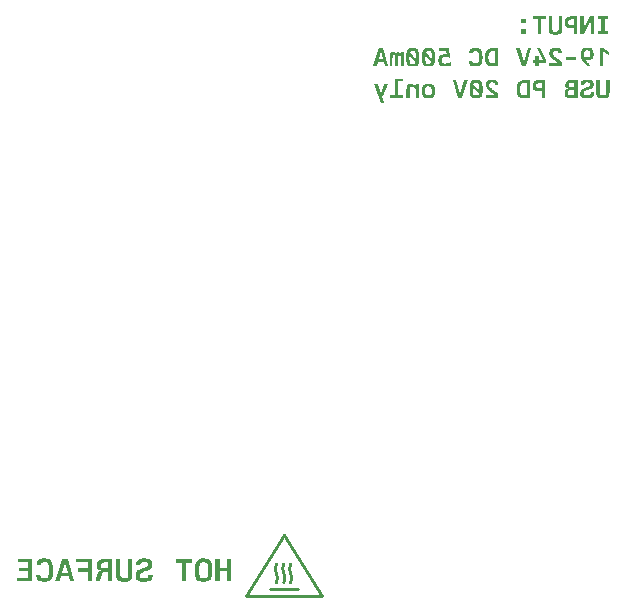
<source format=gbo>
G04 #@! TF.GenerationSoftware,KiCad,Pcbnew,8.0.4*
G04 #@! TF.CreationDate,2024-08-02T19:36:34-07:00*
G04 #@! TF.ProjectId,backlight,6261636b-6c69-4676-9874-2e6b69636164,rev?*
G04 #@! TF.SameCoordinates,Original*
G04 #@! TF.FileFunction,Legend,Bot*
G04 #@! TF.FilePolarity,Positive*
%FSLAX46Y46*%
G04 Gerber Fmt 4.6, Leading zero omitted, Abs format (unit mm)*
G04 Created by KiCad (PCBNEW 8.0.4) date 2024-08-02 19:36:34*
%MOMM*%
%LPD*%
G01*
G04 APERTURE LIST*
%ADD10C,0.400000*%
%ADD11C,0.250000*%
%ADD12C,2.575000*%
%ADD13C,4.000000*%
%ADD14C,1.800000*%
%ADD15C,2.200000*%
%ADD16O,1.800000X1.000000*%
%ADD17O,2.100000X1.000000*%
%ADD18C,0.650000*%
%ADD19O,4.200000X2.000000*%
%ADD20O,2.000000X4.200000*%
%ADD21R,2.000000X4.600000*%
G04 APERTURE END LIST*
D10*
G36*
X169049113Y-71652000D02*
G01*
X168209309Y-71652000D01*
X168209309Y-71403458D01*
X168489113Y-71403458D01*
X168489113Y-70375293D01*
X168224940Y-70375293D01*
X168224940Y-70126361D01*
X169033482Y-70126361D01*
X169033482Y-70375293D01*
X168769309Y-70375293D01*
X168769309Y-71403458D01*
X169049113Y-71403458D01*
X169049113Y-71652000D01*
G37*
G36*
X167858771Y-71652000D02*
G01*
X167583265Y-71652000D01*
X167583265Y-70771553D01*
X167614528Y-70451497D01*
X167607885Y-70451497D01*
X167061563Y-71652000D01*
X166711807Y-71652000D01*
X166711807Y-70126361D01*
X166987313Y-70126361D01*
X166987313Y-71001337D01*
X166956050Y-71322956D01*
X166962693Y-71322956D01*
X167509406Y-70126361D01*
X167858771Y-70126361D01*
X167858771Y-71652000D01*
G37*
G36*
X166176781Y-70127707D02*
G01*
X166267435Y-70129686D01*
X166346058Y-70131369D01*
X166444508Y-70133395D01*
X166444508Y-71652000D01*
X166157669Y-71652000D01*
X166157669Y-71100597D01*
X165994319Y-71100597D01*
X165909088Y-71099272D01*
X165795305Y-71091965D01*
X165697552Y-71077595D01*
X165614873Y-71055400D01*
X165526435Y-71012313D01*
X165460837Y-70952147D01*
X165415818Y-70873095D01*
X165389115Y-70773346D01*
X165379746Y-70683865D01*
X165378046Y-70616801D01*
X165378453Y-70607812D01*
X165662540Y-70607812D01*
X165668889Y-70686539D01*
X165702540Y-70767572D01*
X165771407Y-70818887D01*
X165863767Y-70842845D01*
X165944745Y-70850128D01*
X166016594Y-70851665D01*
X166157669Y-70851665D01*
X166157669Y-70375293D01*
X166056845Y-70375293D01*
X165976780Y-70376764D01*
X165886561Y-70383732D01*
X165798304Y-70401672D01*
X165724590Y-70438910D01*
X165676747Y-70507611D01*
X165662807Y-70591398D01*
X165662540Y-70607812D01*
X165378453Y-70607812D01*
X165382549Y-70517299D01*
X165396804Y-70431069D01*
X165432910Y-70335428D01*
X165490983Y-70260225D01*
X165573672Y-70203657D01*
X165653435Y-70172374D01*
X165749649Y-70149796D01*
X165863431Y-70135163D01*
X165949598Y-70129445D01*
X166044400Y-70126694D01*
X166095143Y-70126361D01*
X166176781Y-70127707D01*
G37*
G36*
X164588653Y-71677010D02*
G01*
X164478430Y-71673753D01*
X164382853Y-71663442D01*
X164301091Y-71645268D01*
X164212129Y-71607405D01*
X164144281Y-71552205D01*
X164095578Y-71477750D01*
X164064051Y-71382119D01*
X164050493Y-71295346D01*
X164044657Y-71194773D01*
X164044284Y-71158043D01*
X164044284Y-70126361D01*
X164331123Y-70126361D01*
X164331123Y-71151399D01*
X164335704Y-71240107D01*
X164355129Y-71320537D01*
X164410047Y-71389208D01*
X164490878Y-71418921D01*
X164570379Y-71425937D01*
X164588653Y-71426124D01*
X164678763Y-71421179D01*
X164760674Y-71400233D01*
X164824305Y-71350683D01*
X164858596Y-71268806D01*
X164868063Y-71187457D01*
X164868848Y-71149055D01*
X164868848Y-70126361D01*
X165155296Y-70126361D01*
X165155296Y-71160387D01*
X165151729Y-71265140D01*
X165140443Y-71355936D01*
X165120561Y-71433572D01*
X165079163Y-71517995D01*
X165018846Y-71582334D01*
X164937528Y-71628479D01*
X164861509Y-71652286D01*
X164771630Y-71667722D01*
X164667016Y-71675583D01*
X164588653Y-71677010D01*
G37*
G36*
X163400655Y-71652000D02*
G01*
X163113817Y-71652000D01*
X163113817Y-70381937D01*
X162706224Y-70381937D01*
X162706224Y-70126361D01*
X163808248Y-70126361D01*
X163808248Y-70381937D01*
X163400655Y-70381937D01*
X163400655Y-71652000D01*
G37*
G36*
X162129420Y-71612139D02*
G01*
X161703852Y-71612139D01*
X161703852Y-71201811D01*
X162129420Y-71201811D01*
X162129420Y-71612139D01*
G37*
G36*
X162129420Y-70726612D02*
G01*
X161703852Y-70726612D01*
X161703852Y-70316675D01*
X162129420Y-70316675D01*
X162129420Y-70726612D01*
G37*
G36*
X168625889Y-74340000D02*
G01*
X168348039Y-74340000D01*
X168348039Y-72814361D01*
X168625889Y-72814361D01*
X169107732Y-73139497D01*
X169107732Y-73439232D01*
X168704438Y-73187173D01*
X168616901Y-73116050D01*
X168625889Y-73255170D01*
X168625889Y-74340000D01*
G37*
G36*
X167379397Y-72790465D02*
G01*
X167482387Y-72796892D01*
X167569179Y-72810129D01*
X167661886Y-72840520D01*
X167731032Y-72888171D01*
X167779607Y-72956027D01*
X167810601Y-73047033D01*
X167824107Y-73132250D01*
X167830668Y-73233388D01*
X167831807Y-73310272D01*
X167829367Y-73419148D01*
X167821232Y-73511813D01*
X167806180Y-73589467D01*
X167773235Y-73671733D01*
X167722919Y-73732299D01*
X167652332Y-73774014D01*
X167558577Y-73799725D01*
X167471311Y-73810220D01*
X167368160Y-73814517D01*
X167330034Y-73814780D01*
X167247049Y-73806768D01*
X167175605Y-73768171D01*
X167146364Y-73743265D01*
X167128778Y-73743265D01*
X167187194Y-73827331D01*
X167241973Y-73902512D01*
X167296184Y-73972344D01*
X167352896Y-74040362D01*
X167415176Y-74110103D01*
X167486093Y-74185101D01*
X167546795Y-74246926D01*
X167615376Y-74315189D01*
X167666113Y-74365010D01*
X167321046Y-74365010D01*
X167239140Y-74274878D01*
X167165351Y-74191559D01*
X167099290Y-74114302D01*
X167040564Y-74042353D01*
X166988783Y-73974961D01*
X166923278Y-73880771D01*
X166871200Y-73792602D01*
X166831229Y-73707917D01*
X166802045Y-73624175D01*
X166782330Y-73538839D01*
X166770763Y-73449369D01*
X166766026Y-73353228D01*
X166765736Y-73319260D01*
X167025610Y-73319260D01*
X167029587Y-73398299D01*
X167046837Y-73487716D01*
X167090316Y-73554388D01*
X167166844Y-73588812D01*
X167246336Y-73598485D01*
X167305415Y-73599846D01*
X167397000Y-73595706D01*
X167476930Y-73576708D01*
X167541216Y-73518485D01*
X167564489Y-73442975D01*
X167571764Y-73354740D01*
X167572323Y-73312226D01*
X167569854Y-73226294D01*
X167558225Y-73142830D01*
X167520690Y-73064515D01*
X167451011Y-73022608D01*
X167359543Y-73008504D01*
X167301116Y-73007020D01*
X167222215Y-73009825D01*
X167133066Y-73027332D01*
X167067042Y-73075083D01*
X167033927Y-73161332D01*
X167025772Y-73251785D01*
X167025610Y-73319260D01*
X166765736Y-73319260D01*
X166766875Y-73240794D01*
X166773453Y-73137649D01*
X166787015Y-73050825D01*
X166818183Y-72958222D01*
X166867096Y-72889295D01*
X166936801Y-72840994D01*
X167030342Y-72810270D01*
X167117973Y-72796926D01*
X167222010Y-72790467D01*
X167301116Y-72789351D01*
X167379397Y-72790465D01*
G37*
G36*
X166368304Y-73789769D02*
G01*
X165517166Y-73789769D01*
X165517166Y-73543572D01*
X166368304Y-73543572D01*
X166368304Y-73789769D01*
G37*
G36*
X165121688Y-73969923D02*
G01*
X165121688Y-74340000D01*
X164073593Y-74340000D01*
X164073593Y-74089113D01*
X164832896Y-74089113D01*
X164832896Y-74069183D01*
X164755555Y-74014525D01*
X164685601Y-73964160D01*
X164622134Y-73917372D01*
X164546051Y-73859320D01*
X164477775Y-73804663D01*
X164415176Y-73751707D01*
X164356126Y-73698759D01*
X164298493Y-73644122D01*
X164254919Y-73601018D01*
X164193443Y-73533778D01*
X164142754Y-73460605D01*
X164111514Y-73386100D01*
X164096361Y-73302899D01*
X164093524Y-73234068D01*
X164096793Y-73143640D01*
X164107145Y-73065326D01*
X164133385Y-72978538D01*
X164175616Y-72910371D01*
X164235781Y-72859157D01*
X164315820Y-72823230D01*
X164417677Y-72800922D01*
X164509555Y-72792126D01*
X164615617Y-72789351D01*
X164721198Y-72792186D01*
X164812970Y-72801151D01*
X164891773Y-72816937D01*
X164978129Y-72849785D01*
X165044925Y-72897618D01*
X165094159Y-72962072D01*
X165127827Y-73044781D01*
X165147926Y-73147381D01*
X165155296Y-73238367D01*
X164868848Y-73238367D01*
X164856994Y-73159937D01*
X164820272Y-73087907D01*
X164752693Y-73047394D01*
X164662286Y-73032930D01*
X164613272Y-73031639D01*
X164522091Y-73036794D01*
X164446865Y-73058109D01*
X164391813Y-73115809D01*
X164374366Y-73201977D01*
X164373719Y-73229378D01*
X164382354Y-73311378D01*
X164420011Y-73386632D01*
X164447578Y-73418520D01*
X164504700Y-73473840D01*
X164572395Y-73534744D01*
X164637501Y-73590161D01*
X164715093Y-73653737D01*
X164783010Y-73707999D01*
X164860452Y-73768856D01*
X164948492Y-73837168D01*
X165013603Y-73887275D01*
X165084217Y-73941333D01*
X165121688Y-73969923D01*
G37*
G36*
X163794961Y-74064884D02*
G01*
X163174389Y-74064884D01*
X163174389Y-74340000D01*
X162905526Y-74340000D01*
X162905526Y-74064884D01*
X162697236Y-74064884D01*
X162697236Y-73822986D01*
X162905526Y-73822986D01*
X162905526Y-73464242D01*
X163174389Y-73464242D01*
X163174389Y-73822986D01*
X163512421Y-73822986D01*
X163004005Y-72789351D01*
X163304131Y-72789351D01*
X163794961Y-73809699D01*
X163794961Y-74064884D01*
G37*
G36*
X162091514Y-74340000D02*
G01*
X161739804Y-74340000D01*
X161287271Y-72814361D01*
X161567076Y-72814361D01*
X161909797Y-74004312D01*
X161921130Y-74004312D01*
X162263852Y-72814361D01*
X162544047Y-72814361D01*
X162091514Y-74340000D01*
G37*
G36*
X159539119Y-72812983D02*
G01*
X159631793Y-72815771D01*
X159720351Y-72819957D01*
X159780000Y-72823349D01*
X159780000Y-74340000D01*
X159693097Y-74349335D01*
X159608939Y-74357074D01*
X159522402Y-74362759D01*
X159438288Y-74364943D01*
X159415003Y-74365010D01*
X159307699Y-74364141D01*
X159209912Y-74358662D01*
X159121282Y-74348222D01*
X159041452Y-74332471D01*
X158937425Y-74298116D01*
X158851186Y-74249837D01*
X158781527Y-74186448D01*
X158727242Y-74106765D01*
X158687122Y-74009604D01*
X158659959Y-73893781D01*
X158648454Y-73805612D01*
X158641813Y-73708272D01*
X158639678Y-73601409D01*
X158639967Y-73585387D01*
X158928862Y-73585387D01*
X158931320Y-73689540D01*
X158939084Y-73780097D01*
X158952742Y-73857886D01*
X158981136Y-73943176D01*
X159034952Y-74022933D01*
X159111666Y-74076433D01*
X159191351Y-74102907D01*
X159288823Y-74116996D01*
X159316133Y-74118813D01*
X159398196Y-74118112D01*
X159484097Y-74112780D01*
X159493161Y-74112170D01*
X159493161Y-73051960D01*
X159414901Y-73053949D01*
X159332759Y-73060226D01*
X159300502Y-73063293D01*
X159202179Y-73078851D01*
X159121423Y-73104808D01*
X159043089Y-73154776D01*
X158987374Y-73227675D01*
X158957284Y-73305000D01*
X158938579Y-73401278D01*
X158931195Y-73487066D01*
X158928862Y-73585387D01*
X158639967Y-73585387D01*
X158641486Y-73501110D01*
X158647107Y-73409379D01*
X158656835Y-73325843D01*
X158679775Y-73215096D01*
X158713620Y-73120700D01*
X158759366Y-73041403D01*
X158818010Y-72975949D01*
X158890549Y-72923085D01*
X158977979Y-72881558D01*
X159081299Y-72850114D01*
X159159498Y-72834133D01*
X159245497Y-72821704D01*
X159291514Y-72816706D01*
X159375038Y-72813713D01*
X159455553Y-72812385D01*
X159539119Y-72812983D01*
G37*
G36*
X157829965Y-74365010D02*
G01*
X157726169Y-74362243D01*
X157635809Y-74353469D01*
X157558060Y-74337977D01*
X157472585Y-74305642D01*
X157406108Y-74258414D01*
X157356672Y-74194608D01*
X157322323Y-74112538D01*
X157301104Y-74010520D01*
X157292630Y-73919902D01*
X157572435Y-73919902D01*
X157590374Y-73996375D01*
X157630984Y-74066513D01*
X157708368Y-74108949D01*
X157798556Y-74120611D01*
X157829965Y-74121158D01*
X157913012Y-74115005D01*
X157996079Y-74087938D01*
X158058219Y-74035760D01*
X158101705Y-73954635D01*
X158124589Y-73866313D01*
X158135571Y-73785121D01*
X158141800Y-73690192D01*
X158143768Y-73580697D01*
X158141800Y-73469594D01*
X158135571Y-73373339D01*
X158124589Y-73291075D01*
X158101705Y-73201675D01*
X158058219Y-73119673D01*
X157996079Y-73067028D01*
X157913012Y-73039775D01*
X157829965Y-73033593D01*
X157750877Y-73039297D01*
X157674070Y-73067749D01*
X157618607Y-73135203D01*
X157591869Y-73218936D01*
X157586113Y-73248527D01*
X157305917Y-73248527D01*
X157312574Y-73155485D01*
X157325624Y-73074823D01*
X157354402Y-72985315D01*
X157397982Y-72914892D01*
X157458331Y-72861883D01*
X157537413Y-72824615D01*
X157637191Y-72801419D01*
X157726790Y-72792250D01*
X157829965Y-72789351D01*
X157913153Y-72791514D01*
X158024171Y-72803454D01*
X158119508Y-72826939D01*
X158200106Y-72863222D01*
X158266904Y-72913555D01*
X158320845Y-72979189D01*
X158362868Y-73061376D01*
X158393915Y-73161369D01*
X158408980Y-73238540D01*
X158419863Y-73324553D01*
X158426843Y-73419777D01*
X158430200Y-73524584D01*
X158430607Y-73580697D01*
X158428957Y-73689261D01*
X158423824Y-73788195D01*
X158414927Y-73877860D01*
X158401987Y-73958620D01*
X158374390Y-74063855D01*
X158336130Y-74151091D01*
X158286267Y-74221551D01*
X158223859Y-74276457D01*
X158147966Y-74317034D01*
X158057646Y-74344502D01*
X157951959Y-74360087D01*
X157872500Y-74364478D01*
X157829965Y-74365010D01*
G37*
G36*
X155294919Y-74365010D02*
G01*
X155215106Y-74363381D01*
X155107648Y-74354536D01*
X155014315Y-74337453D01*
X154934444Y-74311504D01*
X154847745Y-74262026D01*
X154782230Y-74194182D01*
X154736327Y-74106481D01*
X154713827Y-74026780D01*
X154700813Y-73934445D01*
X154696622Y-73828848D01*
X154699841Y-73743632D01*
X154714777Y-73645278D01*
X154743005Y-73563134D01*
X154785760Y-73495850D01*
X154844271Y-73442075D01*
X154919771Y-73400457D01*
X155013492Y-73369646D01*
X155096481Y-73352816D01*
X155158143Y-73344270D01*
X155240942Y-73337452D01*
X155326343Y-73336056D01*
X155397697Y-73339581D01*
X155375422Y-73056650D01*
X154761493Y-73051960D01*
X154761493Y-72814361D01*
X155623963Y-72814361D01*
X155691179Y-73615868D01*
X155604078Y-73603613D01*
X155508515Y-73592034D01*
X155425365Y-73584404D01*
X155338382Y-73580144D01*
X155248976Y-73581437D01*
X155189406Y-73586168D01*
X155110510Y-73600269D01*
X155035933Y-73637421D01*
X154988786Y-73709955D01*
X154975139Y-73793197D01*
X154974473Y-73821814D01*
X154980652Y-73916438D01*
X155006026Y-74003767D01*
X155064102Y-74073015D01*
X155141645Y-74107578D01*
X155228084Y-74121024D01*
X155290230Y-74123112D01*
X155376548Y-74117924D01*
X155463118Y-74101135D01*
X155542136Y-74076114D01*
X155629644Y-74040058D01*
X155711819Y-74000745D01*
X155729476Y-73991807D01*
X155729476Y-74273175D01*
X155651453Y-74306609D01*
X155576146Y-74331770D01*
X155499674Y-74349368D01*
X155418158Y-74360113D01*
X155327719Y-74364717D01*
X155294919Y-74365010D01*
G37*
G36*
X153949056Y-72804025D02*
G01*
X154027838Y-72809879D01*
X154115799Y-72825371D01*
X154202206Y-72859683D01*
X154267520Y-72913969D01*
X154317171Y-72991831D01*
X154349262Y-73073520D01*
X154370704Y-73147313D01*
X154390723Y-73233535D01*
X154403726Y-73316622D01*
X154412060Y-73401906D01*
X154416433Y-73484572D01*
X154417990Y-73579134D01*
X154416897Y-73658770D01*
X154412843Y-73746623D01*
X154404981Y-73836129D01*
X154393239Y-73920635D01*
X154377098Y-74001699D01*
X154375394Y-74009002D01*
X154353522Y-74089203D01*
X154319840Y-74176469D01*
X154279021Y-74243567D01*
X154214682Y-74302923D01*
X154131624Y-74339640D01*
X154048875Y-74356024D01*
X153949302Y-74363596D01*
X153862288Y-74365010D01*
X153773238Y-74363497D01*
X153671994Y-74355591D01*
X153588506Y-74338830D01*
X153505401Y-74301898D01*
X153441473Y-74242983D01*
X153391963Y-74157561D01*
X153359539Y-74067096D01*
X153344884Y-74013691D01*
X153325912Y-73927060D01*
X153312648Y-73840990D01*
X153304406Y-73751554D01*
X153300815Y-73669239D01*
X153299944Y-73594766D01*
X153300196Y-73574445D01*
X153580139Y-73574445D01*
X153581635Y-73666068D01*
X153586591Y-73757832D01*
X153594954Y-73841143D01*
X153607478Y-73918971D01*
X153611402Y-73937487D01*
X153631570Y-74019991D01*
X153671095Y-74088039D01*
X153751609Y-74121032D01*
X153841761Y-74127675D01*
X153860334Y-74127801D01*
X153944850Y-74124317D01*
X154024275Y-74104840D01*
X154077015Y-74046529D01*
X154081912Y-74033621D01*
X153586782Y-73406406D01*
X153581644Y-73486577D01*
X153580146Y-73568005D01*
X153580139Y-73574445D01*
X153300196Y-73574445D01*
X153300966Y-73512399D01*
X153304862Y-73422458D01*
X153312751Y-73331234D01*
X153325353Y-73243893D01*
X153342355Y-73164508D01*
X153622735Y-73164508D01*
X154126852Y-73803056D01*
X154134062Y-73719986D01*
X154137198Y-73639762D01*
X154137794Y-73581088D01*
X154136443Y-73495440D01*
X154131888Y-73409160D01*
X154123953Y-73328707D01*
X154111128Y-73245463D01*
X154106531Y-73220781D01*
X154085185Y-73138910D01*
X154036784Y-73069490D01*
X153952095Y-73043430D01*
X153862288Y-73039455D01*
X153781834Y-73042322D01*
X153698338Y-73060683D01*
X153640857Y-73115382D01*
X153622735Y-73164508D01*
X153342355Y-73164508D01*
X153342641Y-73163174D01*
X153347229Y-73145359D01*
X153376228Y-73049496D01*
X153409670Y-72972551D01*
X153461918Y-72900092D01*
X153530800Y-72850544D01*
X153621699Y-72820211D01*
X153713890Y-72807299D01*
X153796200Y-72802996D01*
X153857990Y-72802247D01*
X153949056Y-72804025D01*
G37*
G36*
X152606307Y-72804025D02*
G01*
X152685089Y-72809879D01*
X152773050Y-72825371D01*
X152859456Y-72859683D01*
X152924771Y-72913969D01*
X152974421Y-72991831D01*
X153006513Y-73073520D01*
X153027955Y-73147313D01*
X153047974Y-73233535D01*
X153060976Y-73316622D01*
X153069311Y-73401906D01*
X153073683Y-73484572D01*
X153075240Y-73579134D01*
X153074147Y-73658770D01*
X153070093Y-73746623D01*
X153062231Y-73836129D01*
X153050489Y-73920635D01*
X153034348Y-74001699D01*
X153032644Y-74009002D01*
X153010772Y-74089203D01*
X152977091Y-74176469D01*
X152936272Y-74243567D01*
X152871933Y-74302923D01*
X152788874Y-74339640D01*
X152706125Y-74356024D01*
X152606553Y-74363596D01*
X152519539Y-74365010D01*
X152430489Y-74363497D01*
X152329245Y-74355591D01*
X152245756Y-74338830D01*
X152162651Y-74301898D01*
X152098723Y-74242983D01*
X152049214Y-74157561D01*
X152016790Y-74067096D01*
X152002135Y-74013691D01*
X151983163Y-73927060D01*
X151969899Y-73840990D01*
X151961656Y-73751554D01*
X151958066Y-73669239D01*
X151957194Y-73594766D01*
X151957446Y-73574445D01*
X152237390Y-73574445D01*
X152238885Y-73666068D01*
X152243841Y-73757832D01*
X152252204Y-73841143D01*
X152264729Y-73918971D01*
X152268653Y-73937487D01*
X152288821Y-74019991D01*
X152328346Y-74088039D01*
X152408860Y-74121032D01*
X152499012Y-74127675D01*
X152517585Y-74127801D01*
X152602100Y-74124317D01*
X152681526Y-74104840D01*
X152734265Y-74046529D01*
X152739162Y-74033621D01*
X152244033Y-73406406D01*
X152238895Y-73486577D01*
X152237396Y-73568005D01*
X152237390Y-73574445D01*
X151957446Y-73574445D01*
X151958216Y-73512399D01*
X151962112Y-73422458D01*
X151970002Y-73331234D01*
X151982603Y-73243893D01*
X151999605Y-73164508D01*
X152279986Y-73164508D01*
X152784103Y-73803056D01*
X152791312Y-73719986D01*
X152794448Y-73639762D01*
X152795045Y-73581088D01*
X152793694Y-73495440D01*
X152789139Y-73409160D01*
X152781204Y-73328707D01*
X152768379Y-73245463D01*
X152763782Y-73220781D01*
X152742436Y-73138910D01*
X152694035Y-73069490D01*
X152609345Y-73043430D01*
X152519539Y-73039455D01*
X152439084Y-73042322D01*
X152355589Y-73060683D01*
X152298108Y-73115382D01*
X152279986Y-73164508D01*
X151999605Y-73164508D01*
X151999891Y-73163174D01*
X152004480Y-73145359D01*
X152033479Y-73049496D01*
X152066920Y-72972551D01*
X152119169Y-72900092D01*
X152188050Y-72850544D01*
X152278950Y-72820211D01*
X152371140Y-72807299D01*
X152453450Y-72802996D01*
X152515240Y-72802247D01*
X152606307Y-72804025D01*
G37*
G36*
X151788374Y-74340000D02*
G01*
X151539832Y-74340000D01*
X151539832Y-73678004D01*
X151538494Y-73599527D01*
X151532590Y-73521072D01*
X151514870Y-73444019D01*
X151459473Y-73387070D01*
X151421032Y-73381786D01*
X151344753Y-73401254D01*
X151304109Y-73469294D01*
X151292645Y-73553562D01*
X151291290Y-73635408D01*
X151295589Y-74340000D01*
X151049002Y-74340000D01*
X151049002Y-73666671D01*
X151046729Y-73574558D01*
X151037099Y-73491112D01*
X151005191Y-73413914D01*
X150930634Y-73381979D01*
X150921605Y-73381786D01*
X150846907Y-73410514D01*
X150816029Y-73490002D01*
X150808433Y-73568410D01*
X150807103Y-73635408D01*
X150807103Y-74340000D01*
X150558562Y-74340000D01*
X150558562Y-73594766D01*
X150560292Y-73502181D01*
X150565770Y-73422003D01*
X150579642Y-73333153D01*
X150608971Y-73248702D01*
X150664369Y-73181990D01*
X150745048Y-73147609D01*
X150834068Y-73139497D01*
X150920878Y-73147911D01*
X150996817Y-73187117D01*
X151043963Y-73256814D01*
X151065024Y-73312226D01*
X151066978Y-73312226D01*
X151095486Y-73238139D01*
X151147773Y-73176329D01*
X151227696Y-73145863D01*
X151315910Y-73139497D01*
X151397299Y-73154710D01*
X151460342Y-73201851D01*
X151505548Y-73269237D01*
X151528499Y-73314570D01*
X151546475Y-73314570D01*
X151546475Y-73164508D01*
X151788374Y-73164508D01*
X151788374Y-74340000D01*
G37*
G36*
X150461256Y-74340000D02*
G01*
X150181451Y-74340000D01*
X150084926Y-74013691D01*
X149569867Y-74013691D01*
X149471388Y-74340000D01*
X149188848Y-74340000D01*
X149355350Y-73764759D01*
X149634738Y-73764759D01*
X150017711Y-73764759D01*
X149832086Y-73074235D01*
X149829741Y-73074235D01*
X149634738Y-73764759D01*
X149355350Y-73764759D01*
X149630439Y-72814361D01*
X150029043Y-72814361D01*
X150461256Y-74340000D01*
G37*
G36*
X168616901Y-77053010D02*
G01*
X168506678Y-77049753D01*
X168411101Y-77039442D01*
X168329339Y-77021268D01*
X168240377Y-76983405D01*
X168172530Y-76928205D01*
X168123827Y-76853750D01*
X168092300Y-76758119D01*
X168078741Y-76671346D01*
X168072905Y-76570773D01*
X168072533Y-76534043D01*
X168072533Y-75502361D01*
X168359371Y-75502361D01*
X168359371Y-76527399D01*
X168363952Y-76616107D01*
X168383378Y-76696537D01*
X168438295Y-76765208D01*
X168519126Y-76794921D01*
X168598627Y-76801937D01*
X168616901Y-76802124D01*
X168707011Y-76797179D01*
X168788923Y-76776233D01*
X168852553Y-76726683D01*
X168886844Y-76644806D01*
X168896311Y-76563457D01*
X168897096Y-76525055D01*
X168897096Y-75502361D01*
X169183545Y-75502361D01*
X169183545Y-76536387D01*
X169179977Y-76641140D01*
X169168691Y-76731936D01*
X169148809Y-76809572D01*
X169107412Y-76893995D01*
X169047094Y-76958334D01*
X168965777Y-77004479D01*
X168889757Y-77028286D01*
X168799878Y-77043722D01*
X168695264Y-77051583D01*
X168616901Y-77053010D01*
G37*
G36*
X167280795Y-77053010D02*
G01*
X167201649Y-77051823D01*
X167095947Y-77045286D01*
X167005088Y-77032451D01*
X166928195Y-77012655D01*
X166845885Y-76974289D01*
X166784776Y-76920800D01*
X166742791Y-76850617D01*
X166717858Y-76762170D01*
X166709099Y-76682903D01*
X166707508Y-76623533D01*
X166712830Y-76530572D01*
X166729936Y-76450347D01*
X166770490Y-76365163D01*
X166835461Y-76293391D01*
X166907259Y-76243207D01*
X166998527Y-76197453D01*
X167080784Y-76164936D01*
X167175673Y-76133094D01*
X167251676Y-76108535D01*
X167338914Y-76077974D01*
X167426486Y-76042171D01*
X167502248Y-76000698D01*
X167558170Y-75943562D01*
X167569979Y-75895885D01*
X167556893Y-75811444D01*
X167504345Y-75753093D01*
X167429020Y-75729757D01*
X167336142Y-75722061D01*
X167298771Y-75721593D01*
X167213451Y-75724967D01*
X167135701Y-75739229D01*
X167067745Y-75779409D01*
X167030006Y-75859860D01*
X167023265Y-75909563D01*
X166738771Y-75909563D01*
X166741896Y-75820346D01*
X166758677Y-75720386D01*
X166791385Y-75640463D01*
X166841670Y-75578756D01*
X166911179Y-75533441D01*
X167001562Y-75502696D01*
X167084040Y-75488103D01*
X167179882Y-75479910D01*
X167289783Y-75477351D01*
X167403010Y-75479938D01*
X167501234Y-75488121D01*
X167585299Y-75502525D01*
X167676819Y-75532496D01*
X167746671Y-75576133D01*
X167806561Y-75652166D01*
X167834974Y-75731994D01*
X167848221Y-75830327D01*
X167849783Y-75886897D01*
X167844347Y-75970551D01*
X167820438Y-76059562D01*
X167774357Y-76134435D01*
X167702724Y-76198543D01*
X167624748Y-76244345D01*
X167553072Y-76276629D01*
X167469276Y-76307951D01*
X167372630Y-76339039D01*
X167295315Y-76363256D01*
X167207831Y-76394485D01*
X167121742Y-76433300D01*
X167049242Y-76482270D01*
X167001646Y-76547191D01*
X166987313Y-76625878D01*
X166998186Y-76707425D01*
X167050083Y-76773352D01*
X167126605Y-76799733D01*
X167221817Y-76808590D01*
X167280795Y-76809158D01*
X167375472Y-76803967D01*
X167461391Y-76785283D01*
X167528779Y-76742581D01*
X167567170Y-76672902D01*
X167582077Y-76588152D01*
X167583265Y-76571558D01*
X167863461Y-76571558D01*
X167862511Y-76669845D01*
X167852934Y-76754864D01*
X167825262Y-76848942D01*
X167778694Y-76922693D01*
X167711199Y-76977982D01*
X167620741Y-77016672D01*
X167536606Y-77035918D01*
X167437553Y-77047662D01*
X167322725Y-77052690D01*
X167280795Y-77053010D01*
G37*
G36*
X166298325Y-75499894D02*
G01*
X166397473Y-75501209D01*
X166487103Y-75502361D01*
X166487103Y-77030735D01*
X166402999Y-77038195D01*
X166315423Y-77044805D01*
X166237301Y-77049210D01*
X166150891Y-77052057D01*
X166061395Y-77052997D01*
X166047857Y-77053010D01*
X165955069Y-77051799D01*
X165870525Y-77048031D01*
X165758482Y-77037140D01*
X165663236Y-77019353D01*
X165583734Y-76993983D01*
X165500405Y-76947175D01*
X165440708Y-76884043D01*
X165402150Y-76802961D01*
X165382239Y-76702301D01*
X165378046Y-76612982D01*
X165378784Y-76592661D01*
X165664884Y-76592661D01*
X165673890Y-76673662D01*
X165719151Y-76748250D01*
X165797293Y-76786660D01*
X165879138Y-76801182D01*
X165962155Y-76806220D01*
X166009951Y-76806813D01*
X166090248Y-76806169D01*
X166176535Y-76803614D01*
X166204563Y-76802515D01*
X166204563Y-76374210D01*
X165947034Y-76374210D01*
X165856013Y-76378086D01*
X165773437Y-76394538D01*
X165702872Y-76441092D01*
X165669970Y-76521860D01*
X165664884Y-76592661D01*
X165378784Y-76592661D01*
X165381051Y-76530253D01*
X165394306Y-76444813D01*
X165426708Y-76365751D01*
X165480271Y-76308711D01*
X165558350Y-76269906D01*
X165644563Y-76248767D01*
X165644563Y-76235480D01*
X165568634Y-76211550D01*
X165498442Y-76160137D01*
X165458594Y-76079478D01*
X165445250Y-75995230D01*
X165443601Y-75946297D01*
X165725457Y-75946297D01*
X165733376Y-76031727D01*
X165776427Y-76100522D01*
X165857538Y-76125416D01*
X165891151Y-76127623D01*
X166204563Y-76127623D01*
X166204563Y-75746604D01*
X166121309Y-75745909D01*
X166039590Y-75747502D01*
X165959011Y-75752378D01*
X165945080Y-75753638D01*
X165861542Y-75765702D01*
X165784993Y-75795070D01*
X165735812Y-75861679D01*
X165725457Y-75946297D01*
X165443601Y-75946297D01*
X165442916Y-75925976D01*
X165447234Y-75839951D01*
X165467690Y-75743019D01*
X165507225Y-75664953D01*
X165568327Y-75604184D01*
X165653482Y-75559139D01*
X165734629Y-75534730D01*
X165831754Y-75517621D01*
X165945905Y-75507147D01*
X166031983Y-75503525D01*
X166126406Y-75502361D01*
X166205262Y-75498720D01*
X166298325Y-75499894D01*
G37*
G36*
X163491282Y-75503707D02*
G01*
X163581936Y-75505686D01*
X163660559Y-75507369D01*
X163759009Y-75509395D01*
X163759009Y-77028000D01*
X163472170Y-77028000D01*
X163472170Y-76476597D01*
X163308820Y-76476597D01*
X163223589Y-76475272D01*
X163109806Y-76467965D01*
X163012053Y-76453595D01*
X162929374Y-76431400D01*
X162840936Y-76388313D01*
X162775339Y-76328147D01*
X162730319Y-76249095D01*
X162703616Y-76149346D01*
X162694247Y-76059865D01*
X162692547Y-75992801D01*
X162692954Y-75983812D01*
X162977041Y-75983812D01*
X162983390Y-76062539D01*
X163017041Y-76143572D01*
X163085908Y-76194887D01*
X163178268Y-76218845D01*
X163259246Y-76226128D01*
X163331095Y-76227665D01*
X163472170Y-76227665D01*
X163472170Y-75751293D01*
X163371346Y-75751293D01*
X163291281Y-75752764D01*
X163201062Y-75759732D01*
X163112805Y-75777672D01*
X163039091Y-75814910D01*
X162991248Y-75883611D01*
X162977308Y-75967398D01*
X162977041Y-75983812D01*
X162692954Y-75983812D01*
X162697050Y-75893299D01*
X162711305Y-75807069D01*
X162747411Y-75711428D01*
X162805484Y-75636225D01*
X162888173Y-75579657D01*
X162967936Y-75548374D01*
X163064150Y-75525796D01*
X163177932Y-75511163D01*
X163264099Y-75505445D01*
X163358901Y-75502694D01*
X163409644Y-75502361D01*
X163491282Y-75503707D01*
G37*
G36*
X162224618Y-75500983D02*
G01*
X162317292Y-75503771D01*
X162405849Y-75507957D01*
X162465498Y-75511349D01*
X162465498Y-77028000D01*
X162378596Y-77037335D01*
X162294438Y-77045074D01*
X162207901Y-77050759D01*
X162123787Y-77052943D01*
X162100502Y-77053010D01*
X161993198Y-77052141D01*
X161895410Y-77046662D01*
X161806781Y-77036222D01*
X161726951Y-77020471D01*
X161622924Y-76986116D01*
X161536685Y-76937837D01*
X161467026Y-76874448D01*
X161412741Y-76794765D01*
X161372621Y-76697604D01*
X161345458Y-76581781D01*
X161333953Y-76493612D01*
X161327312Y-76396272D01*
X161325177Y-76289409D01*
X161325466Y-76273387D01*
X161614361Y-76273387D01*
X161616818Y-76377540D01*
X161624583Y-76468097D01*
X161638240Y-76545886D01*
X161666634Y-76631176D01*
X161720451Y-76710933D01*
X161797165Y-76764433D01*
X161876850Y-76790907D01*
X161974322Y-76804996D01*
X162001632Y-76806813D01*
X162083695Y-76806112D01*
X162169596Y-76800780D01*
X162178660Y-76800170D01*
X162178660Y-75739960D01*
X162100400Y-75741949D01*
X162018258Y-75748226D01*
X161986001Y-75751293D01*
X161887678Y-75766851D01*
X161806922Y-75792808D01*
X161728588Y-75842776D01*
X161672873Y-75915675D01*
X161642783Y-75993000D01*
X161624078Y-76089278D01*
X161616694Y-76175066D01*
X161614361Y-76273387D01*
X161325466Y-76273387D01*
X161326985Y-76189110D01*
X161332605Y-76097379D01*
X161342334Y-76013843D01*
X161365274Y-75903096D01*
X161399119Y-75808700D01*
X161444865Y-75729403D01*
X161503509Y-75663949D01*
X161576048Y-75611085D01*
X161663478Y-75569558D01*
X161766798Y-75538114D01*
X161844997Y-75522133D01*
X161930996Y-75509704D01*
X161977013Y-75504706D01*
X162060537Y-75501713D01*
X162141052Y-75500385D01*
X162224618Y-75500983D01*
G37*
G36*
X159750690Y-76657923D02*
G01*
X159750690Y-77028000D01*
X158702595Y-77028000D01*
X158702595Y-76777113D01*
X159461898Y-76777113D01*
X159461898Y-76757183D01*
X159384557Y-76702525D01*
X159314603Y-76652160D01*
X159251136Y-76605372D01*
X159175053Y-76547320D01*
X159106777Y-76492663D01*
X159044178Y-76439707D01*
X158985128Y-76386759D01*
X158927496Y-76332122D01*
X158883921Y-76289018D01*
X158822445Y-76221778D01*
X158771756Y-76148605D01*
X158740516Y-76074100D01*
X158725363Y-75990899D01*
X158722526Y-75922068D01*
X158725795Y-75831640D01*
X158736148Y-75753326D01*
X158762387Y-75666538D01*
X158804618Y-75598371D01*
X158864783Y-75547157D01*
X158944823Y-75511230D01*
X159046679Y-75488922D01*
X159138558Y-75480126D01*
X159244619Y-75477351D01*
X159350200Y-75480186D01*
X159441972Y-75489151D01*
X159520775Y-75504937D01*
X159607131Y-75537785D01*
X159673927Y-75585618D01*
X159723161Y-75650072D01*
X159756829Y-75732781D01*
X159776928Y-75835381D01*
X159784298Y-75926367D01*
X159497850Y-75926367D01*
X159485996Y-75847937D01*
X159449274Y-75775907D01*
X159381695Y-75735394D01*
X159291289Y-75720930D01*
X159242274Y-75719639D01*
X159151093Y-75724794D01*
X159075867Y-75746109D01*
X159020815Y-75803809D01*
X159003368Y-75889977D01*
X159002721Y-75917378D01*
X159011356Y-75999378D01*
X159049013Y-76074632D01*
X159076580Y-76106520D01*
X159133702Y-76161840D01*
X159201397Y-76222744D01*
X159266503Y-76278161D01*
X159344095Y-76341737D01*
X159412012Y-76395999D01*
X159489454Y-76456856D01*
X159577494Y-76525168D01*
X159642605Y-76575275D01*
X159713220Y-76629333D01*
X159750690Y-76657923D01*
G37*
G36*
X157977305Y-75492025D02*
G01*
X158056087Y-75497879D01*
X158144047Y-75513371D01*
X158230454Y-75547683D01*
X158295769Y-75601969D01*
X158345419Y-75679831D01*
X158377510Y-75761520D01*
X158398953Y-75835313D01*
X158418971Y-75921535D01*
X158431974Y-76004622D01*
X158440309Y-76089906D01*
X158444681Y-76172572D01*
X158446238Y-76267134D01*
X158445145Y-76346770D01*
X158441091Y-76434623D01*
X158433229Y-76524129D01*
X158421487Y-76608635D01*
X158405346Y-76689699D01*
X158403642Y-76697002D01*
X158381770Y-76777203D01*
X158348088Y-76864469D01*
X158307270Y-76931567D01*
X158242930Y-76990923D01*
X158159872Y-77027640D01*
X158077123Y-77044024D01*
X157977551Y-77051596D01*
X157890537Y-77053010D01*
X157801487Y-77051497D01*
X157700243Y-77043591D01*
X157616754Y-77026830D01*
X157533649Y-76989898D01*
X157469721Y-76930983D01*
X157420212Y-76845561D01*
X157387788Y-76755096D01*
X157373133Y-76701691D01*
X157354161Y-76615060D01*
X157340897Y-76528990D01*
X157332654Y-76439554D01*
X157329064Y-76357239D01*
X157328192Y-76282766D01*
X157328444Y-76262445D01*
X157608387Y-76262445D01*
X157609883Y-76354068D01*
X157614839Y-76445832D01*
X157623202Y-76529143D01*
X157635727Y-76606971D01*
X157639651Y-76625487D01*
X157659819Y-76707991D01*
X157699344Y-76776039D01*
X157779858Y-76809032D01*
X157870010Y-76815675D01*
X157888583Y-76815801D01*
X157973098Y-76812317D01*
X158052524Y-76792840D01*
X158105263Y-76734529D01*
X158110160Y-76721621D01*
X157615031Y-76094406D01*
X157609893Y-76174577D01*
X157608394Y-76256005D01*
X157608387Y-76262445D01*
X157328444Y-76262445D01*
X157329214Y-76200399D01*
X157333110Y-76110458D01*
X157341000Y-76019234D01*
X157353601Y-75931893D01*
X157370603Y-75852508D01*
X157650983Y-75852508D01*
X158155101Y-76491056D01*
X158162310Y-76407986D01*
X158165446Y-76327762D01*
X158166043Y-76269088D01*
X158164692Y-76183440D01*
X158160136Y-76097160D01*
X158152202Y-76016707D01*
X158139377Y-75933463D01*
X158134780Y-75908781D01*
X158113433Y-75826910D01*
X158065033Y-75757490D01*
X157980343Y-75731430D01*
X157890537Y-75727455D01*
X157810082Y-75730322D01*
X157726587Y-75748683D01*
X157669106Y-75803382D01*
X157650983Y-75852508D01*
X157370603Y-75852508D01*
X157370889Y-75851174D01*
X157375478Y-75833359D01*
X157404477Y-75737496D01*
X157437918Y-75660551D01*
X157490167Y-75588092D01*
X157559048Y-75538544D01*
X157649948Y-75508211D01*
X157742138Y-75495299D01*
X157824448Y-75490996D01*
X157886238Y-75490247D01*
X157977305Y-75492025D01*
G37*
G36*
X156720516Y-77028000D02*
G01*
X156368806Y-77028000D01*
X155916273Y-75502361D01*
X156196078Y-75502361D01*
X156538799Y-76692312D01*
X156550132Y-76692312D01*
X156892854Y-75502361D01*
X157173049Y-75502361D01*
X156720516Y-77028000D01*
G37*
G36*
X153970559Y-75831328D02*
G01*
X154068137Y-75843473D01*
X154151579Y-75864910D01*
X154242326Y-75909636D01*
X154311492Y-75974935D01*
X154361107Y-76063126D01*
X154386708Y-76145684D01*
X154403309Y-76243400D01*
X154411765Y-76357251D01*
X154413300Y-76442598D01*
X154411765Y-76527184D01*
X154403309Y-76640054D01*
X154386708Y-76736966D01*
X154361107Y-76818880D01*
X154311492Y-76906430D01*
X154242326Y-76971300D01*
X154151579Y-77015768D01*
X154068137Y-77037098D01*
X153970559Y-77049192D01*
X153857990Y-77053010D01*
X153745411Y-77049192D01*
X153647806Y-77037098D01*
X153564325Y-77015768D01*
X153473513Y-76971300D01*
X153404274Y-76906430D01*
X153354588Y-76818880D01*
X153328941Y-76736966D01*
X153312305Y-76640054D01*
X153303828Y-76527184D01*
X153302288Y-76442598D01*
X153575450Y-76442598D01*
X153578678Y-76542632D01*
X153589042Y-76624736D01*
X153613578Y-76704310D01*
X153662631Y-76769630D01*
X153736315Y-76806550D01*
X153819010Y-76819068D01*
X153857990Y-76820100D01*
X153949010Y-76813371D01*
X154031586Y-76784857D01*
X154088361Y-76729534D01*
X154122797Y-76642627D01*
X154135054Y-76564783D01*
X154139946Y-76469365D01*
X154140139Y-76442598D01*
X154136927Y-76341157D01*
X154126608Y-76257774D01*
X154102151Y-76176809D01*
X154053207Y-76110172D01*
X153979616Y-76072379D01*
X153896965Y-76059517D01*
X153857990Y-76058453D01*
X153766944Y-76065376D01*
X153684286Y-76094603D01*
X153627404Y-76151101D01*
X153592867Y-76239585D01*
X153580560Y-76318673D01*
X153575643Y-76415469D01*
X153575450Y-76442598D01*
X153302288Y-76442598D01*
X153303828Y-76357251D01*
X153312305Y-76243400D01*
X153328941Y-76145684D01*
X153354588Y-76063126D01*
X153404274Y-75974935D01*
X153473513Y-75909636D01*
X153564325Y-75864910D01*
X153647806Y-75843473D01*
X153745411Y-75831328D01*
X153857990Y-75827497D01*
X153970559Y-75831328D01*
G37*
G36*
X153034989Y-77028000D02*
G01*
X152761437Y-77028000D01*
X152761437Y-76419933D01*
X152758230Y-76327582D01*
X152744148Y-76235058D01*
X152709901Y-76154389D01*
X152641769Y-76096765D01*
X152555365Y-76073788D01*
X152481632Y-76069786D01*
X152399182Y-76075409D01*
X152323473Y-76103525D01*
X152277586Y-76170329D01*
X152264948Y-76253390D01*
X152264354Y-76282766D01*
X152264354Y-77028000D01*
X151990802Y-77028000D01*
X151990802Y-76287455D01*
X151993521Y-76194213D01*
X152002126Y-76113389D01*
X152023918Y-76023715D01*
X152058963Y-75953177D01*
X152123834Y-75889354D01*
X152194526Y-75855726D01*
X152283651Y-75835772D01*
X152363549Y-75828769D01*
X152423405Y-75827497D01*
X152506500Y-75832404D01*
X152584782Y-75852805D01*
X152657211Y-75900312D01*
X152712622Y-75967484D01*
X152743461Y-76018202D01*
X152761437Y-76018202D01*
X152761437Y-75852508D01*
X153034989Y-75852508D01*
X153034989Y-77028000D01*
G37*
G36*
X151694193Y-77028000D02*
G01*
X150632421Y-77028000D01*
X150632421Y-76795090D01*
X151015785Y-76795090D01*
X151015785Y-75394503D01*
X151671919Y-75394503D01*
X151671919Y-75627413D01*
X151284256Y-75627413D01*
X151284256Y-76795090D01*
X151694193Y-76795090D01*
X151694193Y-77028000D01*
G37*
G36*
X150129867Y-77503589D02*
G01*
X149847718Y-77503589D01*
X149265052Y-75852508D01*
X149547201Y-75852508D01*
X149823098Y-76713024D01*
X149834040Y-76713024D01*
X150114235Y-75852508D01*
X150392086Y-75852508D01*
X150011067Y-76914671D01*
X149934863Y-76914671D01*
X150129867Y-77503589D01*
G37*
G36*
X137172155Y-117960000D02*
G01*
X136813607Y-117960000D01*
X136813607Y-117119804D01*
X136169783Y-117119804D01*
X136169783Y-117960000D01*
X135811234Y-117960000D01*
X135811234Y-116052951D01*
X136169783Y-116052951D01*
X136169783Y-116803265D01*
X136813607Y-116803265D01*
X136813607Y-116052951D01*
X137172155Y-116052951D01*
X137172155Y-117960000D01*
G37*
G36*
X134915662Y-116024394D02*
G01*
X135052312Y-116039329D01*
X135169646Y-116068720D01*
X135268826Y-116114147D01*
X135351013Y-116177189D01*
X135417368Y-116259425D01*
X135469055Y-116362436D01*
X135507233Y-116487799D01*
X135525754Y-116584573D01*
X135539133Y-116692452D01*
X135547712Y-116811903D01*
X135551837Y-116943395D01*
X135552337Y-117013803D01*
X135550310Y-117149474D01*
X135544001Y-117273048D01*
X135533065Y-117384986D01*
X135517158Y-117485749D01*
X135483224Y-117616949D01*
X135436170Y-117725603D01*
X135374833Y-117813267D01*
X135298052Y-117881499D01*
X135204666Y-117931857D01*
X135093512Y-117965899D01*
X134963430Y-117985181D01*
X134865619Y-117990606D01*
X134813258Y-117991263D01*
X134710767Y-117988598D01*
X134574008Y-117973889D01*
X134456587Y-117944940D01*
X134357339Y-117900194D01*
X134275101Y-117838093D01*
X134208709Y-117757080D01*
X134156998Y-117655596D01*
X134118805Y-117532084D01*
X134092965Y-117384986D01*
X134082027Y-117273048D01*
X134075717Y-117149474D01*
X134073690Y-117013803D01*
X134429308Y-117013803D01*
X134431702Y-117149849D01*
X134439290Y-117267703D01*
X134452680Y-117368415D01*
X134480612Y-117477849D01*
X134533752Y-117578207D01*
X134609772Y-117642622D01*
X134711489Y-117675957D01*
X134813258Y-117683517D01*
X134914992Y-117675957D01*
X135017002Y-117642622D01*
X135093554Y-117578207D01*
X135147320Y-117477849D01*
X135175723Y-117368415D01*
X135189401Y-117267703D01*
X135197184Y-117149849D01*
X135199650Y-117013803D01*
X135197184Y-116874811D01*
X135189401Y-116754423D01*
X135175723Y-116651562D01*
X135147320Y-116539815D01*
X135093554Y-116437365D01*
X135017002Y-116371632D01*
X134914992Y-116337630D01*
X134813258Y-116329923D01*
X134711489Y-116337630D01*
X134609772Y-116371632D01*
X134533752Y-116437365D01*
X134480612Y-116539815D01*
X134452680Y-116651562D01*
X134439290Y-116754423D01*
X134431702Y-116874811D01*
X134429308Y-117013803D01*
X134073690Y-117013803D01*
X134075717Y-116876115D01*
X134082027Y-116750702D01*
X134092965Y-116637095D01*
X134108877Y-116534827D01*
X134142823Y-116401662D01*
X134189898Y-116291376D01*
X134251267Y-116202391D01*
X134328094Y-116133126D01*
X134421543Y-116082003D01*
X134532777Y-116047442D01*
X134662960Y-116027863D01*
X134760852Y-116022355D01*
X134813258Y-116021688D01*
X134915662Y-116024394D01*
G37*
G36*
X133314095Y-117960000D02*
G01*
X132955547Y-117960000D01*
X132955547Y-116372421D01*
X132446056Y-116372421D01*
X132446056Y-116052951D01*
X133823586Y-116052951D01*
X133823586Y-116372421D01*
X133314095Y-116372421D01*
X133314095Y-117960000D01*
G37*
G36*
X129772085Y-117991263D02*
G01*
X129673153Y-117989779D01*
X129541026Y-117981607D01*
X129427451Y-117965564D01*
X129331335Y-117940819D01*
X129228448Y-117892861D01*
X129152061Y-117826000D01*
X129099581Y-117738271D01*
X129068414Y-117627712D01*
X129057466Y-117528629D01*
X129055477Y-117454417D01*
X129062130Y-117338215D01*
X129083511Y-117237934D01*
X129134204Y-117131454D01*
X129215417Y-117041739D01*
X129305165Y-116979008D01*
X129419251Y-116921817D01*
X129522071Y-116881170D01*
X129640683Y-116841367D01*
X129735687Y-116810669D01*
X129844734Y-116772467D01*
X129954199Y-116727714D01*
X130048901Y-116675872D01*
X130118804Y-116604452D01*
X130133565Y-116544856D01*
X130117208Y-116439305D01*
X130051523Y-116366366D01*
X129957366Y-116337197D01*
X129841269Y-116327576D01*
X129794556Y-116326992D01*
X129687906Y-116331209D01*
X129590718Y-116349036D01*
X129505773Y-116399261D01*
X129458600Y-116499825D01*
X129450173Y-116561953D01*
X129094556Y-116561953D01*
X129098462Y-116450433D01*
X129119437Y-116325482D01*
X129160323Y-116225579D01*
X129223179Y-116148445D01*
X129310066Y-116091802D01*
X129423045Y-116053371D01*
X129526141Y-116035129D01*
X129645944Y-116024888D01*
X129783321Y-116021688D01*
X129924854Y-116024923D01*
X130047634Y-116035151D01*
X130152715Y-116053157D01*
X130267116Y-116090620D01*
X130354430Y-116145167D01*
X130429293Y-116240207D01*
X130464809Y-116339993D01*
X130481368Y-116462909D01*
X130483321Y-116533621D01*
X130476526Y-116638189D01*
X130446639Y-116749453D01*
X130389038Y-116843044D01*
X130299497Y-116923179D01*
X130202026Y-116980431D01*
X130112432Y-117020786D01*
X130007687Y-117059939D01*
X129886880Y-117098799D01*
X129790235Y-117129070D01*
X129680880Y-117168106D01*
X129573269Y-117216625D01*
X129482644Y-117277838D01*
X129423149Y-117358989D01*
X129405233Y-117457348D01*
X129418824Y-117559282D01*
X129483696Y-117641690D01*
X129579348Y-117674667D01*
X129698363Y-117685737D01*
X129772085Y-117686448D01*
X129890432Y-117679959D01*
X129997830Y-117656604D01*
X130082065Y-117603227D01*
X130130054Y-117516128D01*
X130148688Y-117410191D01*
X130150173Y-117389448D01*
X130500418Y-117389448D01*
X130499230Y-117512307D01*
X130487258Y-117618580D01*
X130452669Y-117736177D01*
X130394460Y-117828366D01*
X130310090Y-117897477D01*
X130197018Y-117945840D01*
X130091849Y-117969897D01*
X129968033Y-117984577D01*
X129824498Y-117990863D01*
X129772085Y-117991263D01*
G37*
G36*
X128085344Y-117991263D02*
G01*
X127947566Y-117987191D01*
X127828094Y-117974303D01*
X127725892Y-117951585D01*
X127614690Y-117904257D01*
X127529880Y-117835257D01*
X127469001Y-117742187D01*
X127429592Y-117622649D01*
X127412644Y-117514183D01*
X127405350Y-117388467D01*
X127404884Y-117342554D01*
X127404884Y-116052951D01*
X127763432Y-116052951D01*
X127763432Y-117334249D01*
X127769158Y-117445134D01*
X127793440Y-117545672D01*
X127862087Y-117631510D01*
X127963126Y-117668652D01*
X128062502Y-117677421D01*
X128085344Y-117677655D01*
X128197982Y-117671473D01*
X128300371Y-117645291D01*
X128379910Y-117583354D01*
X128422773Y-117481008D01*
X128434607Y-117379322D01*
X128435589Y-117331318D01*
X128435589Y-116052951D01*
X128793649Y-116052951D01*
X128793649Y-117345484D01*
X128789190Y-117476426D01*
X128775082Y-117589920D01*
X128750229Y-117686965D01*
X128698483Y-117792494D01*
X128623085Y-117872918D01*
X128521439Y-117930599D01*
X128426414Y-117960358D01*
X128314066Y-117979652D01*
X128183298Y-117989479D01*
X128085344Y-117991263D01*
G37*
G36*
X126731750Y-116052951D02*
G01*
X127064898Y-116052951D01*
X127064898Y-117960000D01*
X126709280Y-117960000D01*
X126709280Y-117178422D01*
X126530006Y-117178422D01*
X126432053Y-117182186D01*
X126327833Y-117202173D01*
X126240028Y-117259324D01*
X126194560Y-117346545D01*
X126183181Y-117389448D01*
X126051290Y-117960000D01*
X125667829Y-117960000D01*
X125827075Y-117364047D01*
X125860941Y-117255432D01*
X125905682Y-117161975D01*
X125981307Y-117085475D01*
X126075745Y-117049464D01*
X126104535Y-117044089D01*
X126104535Y-117019176D01*
X125997785Y-116997031D01*
X125901154Y-116954432D01*
X125826704Y-116876092D01*
X125791087Y-116778475D01*
X125778206Y-116671687D01*
X125776761Y-116595170D01*
X126129936Y-116595170D01*
X126135687Y-116697054D01*
X126164472Y-116791847D01*
X126243280Y-116854213D01*
X126348289Y-116867745D01*
X126709280Y-116867745D01*
X126709280Y-116364117D01*
X126611507Y-116360368D01*
X126508297Y-116361668D01*
X126401587Y-116366622D01*
X126353662Y-116369490D01*
X126256770Y-116383475D01*
X126170599Y-116432465D01*
X126133899Y-116526937D01*
X126129936Y-116595170D01*
X125776761Y-116595170D01*
X125783512Y-116479283D01*
X125803107Y-116379199D01*
X125851774Y-116268935D01*
X125929423Y-116183400D01*
X126039571Y-116120671D01*
X126145622Y-116087435D01*
X126273413Y-116065133D01*
X126371418Y-116055940D01*
X126480182Y-116051005D01*
X126600147Y-116050089D01*
X126731750Y-116052951D01*
G37*
G36*
X125344451Y-117960000D02*
G01*
X124985903Y-117960000D01*
X124985903Y-117148625D01*
X124162804Y-117148625D01*
X124162804Y-116834528D01*
X124985903Y-116834528D01*
X124985903Y-116369490D01*
X124050941Y-116369490D01*
X124050941Y-116052951D01*
X125344451Y-116052951D01*
X125344451Y-117960000D01*
G37*
G36*
X123853593Y-117960000D02*
G01*
X123503837Y-117960000D01*
X123383181Y-117552114D01*
X122739357Y-117552114D01*
X122616258Y-117960000D01*
X122263083Y-117960000D01*
X122471210Y-117240949D01*
X122820445Y-117240949D01*
X123299161Y-117240949D01*
X123067131Y-116377794D01*
X123064200Y-116377794D01*
X122820445Y-117240949D01*
X122471210Y-117240949D01*
X122815072Y-116052951D01*
X123313328Y-116052951D01*
X123853593Y-117960000D01*
G37*
G36*
X121315421Y-117991263D02*
G01*
X121185676Y-117987804D01*
X121072727Y-117976837D01*
X120975540Y-117957472D01*
X120868697Y-117917053D01*
X120785600Y-117858017D01*
X120723805Y-117778260D01*
X120680869Y-117675673D01*
X120654345Y-117548150D01*
X120643753Y-117434877D01*
X120993509Y-117434877D01*
X121015933Y-117530469D01*
X121066695Y-117618142D01*
X121163426Y-117671186D01*
X121276160Y-117685764D01*
X121315421Y-117686448D01*
X121419230Y-117678757D01*
X121523063Y-117644923D01*
X121600739Y-117579701D01*
X121655096Y-117478294D01*
X121683701Y-117367892D01*
X121697429Y-117266401D01*
X121705216Y-117147740D01*
X121707675Y-117010872D01*
X121705216Y-116871993D01*
X121697429Y-116751674D01*
X121683701Y-116648844D01*
X121655096Y-116537094D01*
X121600739Y-116434592D01*
X121523063Y-116368785D01*
X121419230Y-116334719D01*
X121315421Y-116326992D01*
X121216562Y-116334121D01*
X121120553Y-116369686D01*
X121051223Y-116454004D01*
X121017802Y-116558671D01*
X121010606Y-116595659D01*
X120660362Y-116595659D01*
X120668683Y-116479356D01*
X120684996Y-116378529D01*
X120720967Y-116266644D01*
X120775443Y-116178615D01*
X120850879Y-116112353D01*
X120949731Y-116065769D01*
X121074455Y-116036774D01*
X121186453Y-116025313D01*
X121315421Y-116021688D01*
X121419406Y-116024393D01*
X121558179Y-116039318D01*
X121677351Y-116068674D01*
X121778098Y-116114028D01*
X121861596Y-116176944D01*
X121929021Y-116258986D01*
X121981550Y-116361720D01*
X122020359Y-116486711D01*
X122039190Y-116583175D01*
X122052794Y-116690691D01*
X122061520Y-116809722D01*
X122065715Y-116940731D01*
X122066224Y-117010872D01*
X122064162Y-117146576D01*
X122057745Y-117270243D01*
X122046623Y-117382325D01*
X122030450Y-117483276D01*
X121995953Y-117614819D01*
X121948128Y-117723864D01*
X121885799Y-117811939D01*
X121807789Y-117880572D01*
X121712922Y-117931292D01*
X121600023Y-117965628D01*
X121467914Y-117985109D01*
X121368590Y-117990598D01*
X121315421Y-117991263D01*
G37*
G36*
X120278366Y-117960000D02*
G01*
X119040543Y-117960000D01*
X119040543Y-117652254D01*
X119919817Y-117652254D01*
X119919817Y-117115896D01*
X119208582Y-117115896D01*
X119208582Y-116808150D01*
X119919817Y-116808150D01*
X119919817Y-116361186D01*
X119096719Y-116361186D01*
X119096719Y-116052951D01*
X120278366Y-116052951D01*
X120278366Y-117960000D01*
G37*
D11*
X142181749Y-117298143D02*
G75*
G02*
X142179151Y-118096798I-779169J-396797D01*
G01*
X142179152Y-117296798D02*
G75*
G02*
X142181749Y-116498143I779157J396798D01*
G01*
X141602597Y-117294941D02*
G75*
G02*
X141600001Y-118093596I-779147J-396799D01*
G01*
X141600000Y-117293596D02*
G75*
G02*
X141602597Y-116494941I779157J396798D01*
G01*
X140981749Y-117298143D02*
G75*
G02*
X140979151Y-118096798I-779169J-396797D01*
G01*
X140979152Y-117296798D02*
G75*
G02*
X140981749Y-116498143I779157J396798D01*
G01*
X144800000Y-119200000D02*
X141600000Y-114000000D01*
X144800000Y-119200000D02*
X138400000Y-119200000D01*
X141600000Y-114000000D02*
X138400000Y-119200000D01*
X140400000Y-118612588D02*
X142800000Y-118612588D01*
%LPC*%
D12*
X180787500Y-88500000D02*
G75*
G02*
X178212500Y-88500000I-1287500J0D01*
G01*
X178212500Y-88500000D02*
G75*
G02*
X180787500Y-88500000I1287500J0D01*
G01*
X85787500Y-88500000D02*
G75*
G02*
X83212500Y-88500000I-1287500J0D01*
G01*
X83212500Y-88500000D02*
G75*
G02*
X85787500Y-88500000I1287500J0D01*
G01*
X85787500Y-54500000D02*
G75*
G02*
X83212500Y-54500000I-1287500J0D01*
G01*
X83212500Y-54500000D02*
G75*
G02*
X85787500Y-54500000I1287500J0D01*
G01*
X85787500Y-145500000D02*
G75*
G02*
X83212500Y-145500000I-1287500J0D01*
G01*
X83212500Y-145500000D02*
G75*
G02*
X85787500Y-145500000I1287500J0D01*
G01*
X180787500Y-145500000D02*
G75*
G02*
X178212500Y-145500000I-1287500J0D01*
G01*
X178212500Y-145500000D02*
G75*
G02*
X180787500Y-145500000I1287500J0D01*
G01*
X180787500Y-54500000D02*
G75*
G02*
X178212500Y-54500000I-1287500J0D01*
G01*
X178212500Y-54500000D02*
G75*
G02*
X180787500Y-54500000I1287500J0D01*
G01*
D13*
X148667843Y-60870000D03*
X157467843Y-60870000D03*
D14*
X155567843Y-67870000D03*
X153067843Y-67870000D03*
X150567843Y-67870000D03*
D13*
X134317843Y-60870000D03*
X143117843Y-60870000D03*
D14*
X141217843Y-67870000D03*
X138717843Y-67870000D03*
X136217843Y-67870000D03*
D13*
X119967843Y-60870000D03*
X128767843Y-60870000D03*
D14*
X126867843Y-67870000D03*
X124367843Y-67870000D03*
X121867843Y-67870000D03*
D15*
X179500000Y-88500000D03*
X84500000Y-88500000D03*
X84500000Y-54500000D03*
X84500000Y-145500000D03*
D16*
X179575000Y-71180000D03*
D17*
X175395000Y-71180000D03*
D16*
X179575000Y-79820000D03*
D17*
X175395000Y-79820000D03*
D18*
X175895000Y-72610000D03*
X175895000Y-78390000D03*
D19*
X171550000Y-60350000D03*
D20*
X174950000Y-65150000D03*
D21*
X168650000Y-65150000D03*
D15*
X179500000Y-145500000D03*
X179500000Y-54500000D03*
%LPD*%
M02*

</source>
